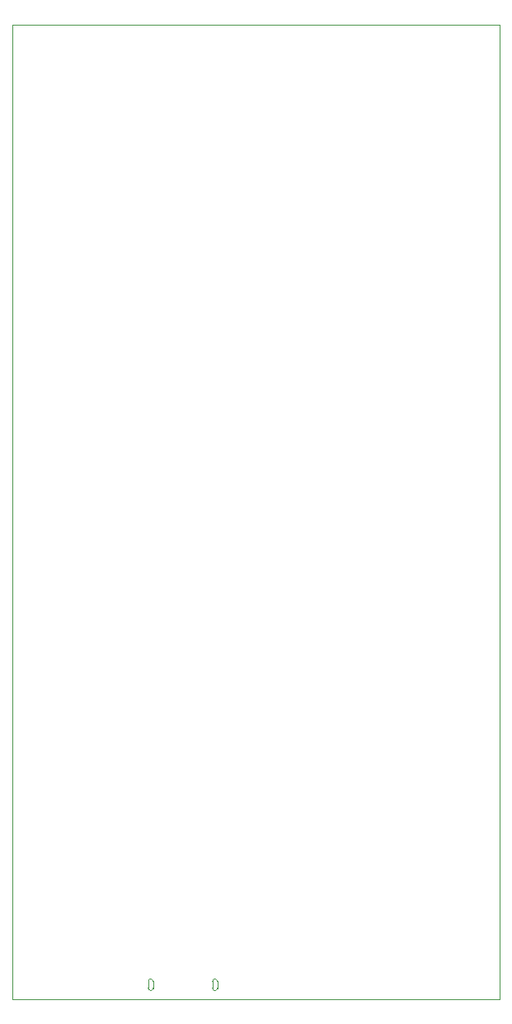
<source format=gbr>
G04 #@! TF.GenerationSoftware,KiCad,Pcbnew,(5.1.4-0-10_14)*
G04 #@! TF.CreationDate,2019-11-24T21:25:27+01:00*
G04 #@! TF.ProjectId,audio-mixer,61756469-6f2d-46d6-9978-65722e6b6963,rev?*
G04 #@! TF.SameCoordinates,Original*
G04 #@! TF.FileFunction,Profile,NP*
%FSLAX46Y46*%
G04 Gerber Fmt 4.6, Leading zero omitted, Abs format (unit mm)*
G04 Created by KiCad (PCBNEW (5.1.4-0-10_14)) date 2019-11-24 21:25:27*
%MOMM*%
%LPD*%
G04 APERTURE LIST*
%ADD10C,0.050000*%
%ADD11C,0.100000*%
G04 APERTURE END LIST*
D10*
X83000000Y-117000000D02*
X133000000Y-117000000D01*
X83000000Y-17000000D02*
X83000000Y-117000000D01*
X133000000Y-17000000D02*
X83000000Y-17000000D01*
X133000000Y-117000000D02*
X133000000Y-17000000D01*
D11*
X103550000Y-115850000D02*
X103550000Y-115150000D01*
X103800000Y-116100000D02*
G75*
G02X103550000Y-115850000I0J250000D01*
G01*
X104050000Y-115850000D02*
G75*
G02X103800000Y-116100000I-250000J0D01*
G01*
X104050000Y-115150000D02*
X104050000Y-115850000D01*
X103800000Y-114900000D02*
G75*
G02X104050000Y-115150000I0J-250000D01*
G01*
X103550000Y-115150000D02*
G75*
G02X103800000Y-114900000I250000J0D01*
G01*
X96950000Y-115850000D02*
X96950000Y-115150000D01*
X97200000Y-116100000D02*
G75*
G02X96950000Y-115850000I0J250000D01*
G01*
X97450000Y-115850000D02*
G75*
G02X97200000Y-116100000I-250000J0D01*
G01*
X97450000Y-115150000D02*
X97450000Y-115850000D01*
X97200000Y-114900000D02*
G75*
G02X97450000Y-115150000I0J-250000D01*
G01*
X96950000Y-115150000D02*
G75*
G02X97200000Y-114900000I250000J0D01*
G01*
M02*

</source>
